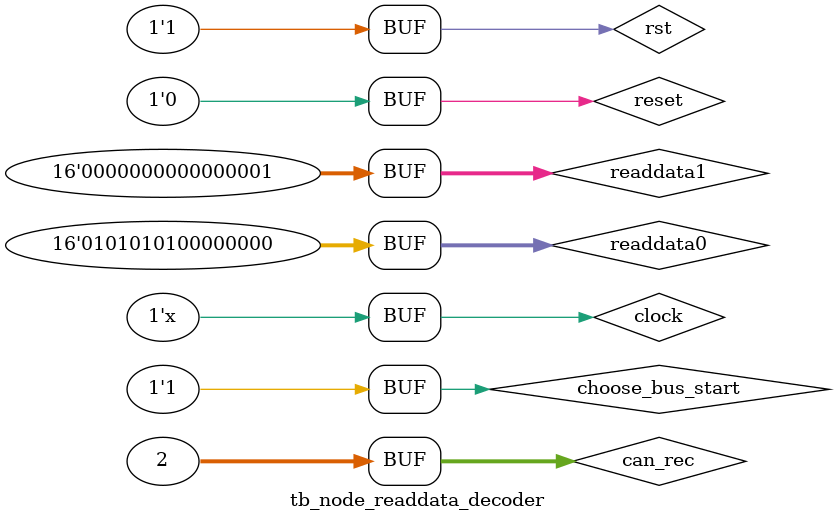
<source format=v>
`resetall
`timescale 1ns/10ps
module tb_node_readdata_decoder ;
	// Inputs
  	reg    clock;
	 reg    reset;
	 reg    rst;
	 reg    [31:0]  can_rec;
   reg    choose_bus_start;
   reg    [15:0]  readdata0; 
   reg    [15:0]  readdata1; 
   reg    [15:0]  readdata2; 
   reg    [15:0]  readdata3; 
   reg    [15:0]  readdata4; 
   reg    [15:0]  readdata5; 
   reg    [15:0]  readdata6; 
   reg    [15:0]  readdata7; 
   reg    [15:0]  readdata8; 
   reg    [15:0]  readdata9; 
   reg    [15:0]  readdata10; 
   reg    [15:0]  readdata11; 
   reg    [15:0]  readdata12; 
   reg    [15:0]  readdata13; 
   reg    [15:0]  readdata14; 
   reg    [15:0]  readdata15; 
   reg    [15:0]  readdata16; 
   reg    [15:0]  readdata17; 
   reg    [15:0]  readdata18; 
   reg    [15:0]  readdata19; 
   reg    [15:0]  readdata20; 
   reg    [15:0]  readdata21; 
   reg    [15:0]  readdata22; 
   reg    [15:0]  readdata23; 
   reg    [15:0]  readdata24; 
   reg    [15:0]  readdata25; 
   reg    [15:0]  readdata26; 
   reg    [15:0]  readdata27; 
   reg    [15:0]  readdata28; 
   reg    [15:0]  readdata29; 
   reg    [15:0]  readdata30; 
   reg    [15:0]  readdata31;
   
	// Outputs
   wire   [4:0]  bus_rec_select;
   wire   [15:0]  readdata;
   wire    choose_bus_end;
   wire    irq_can_rec;

	
	node_readdata_decoder UUT (
	    .clock(clock), 
      .reset(reset),
      .rst(rst),
      .can_rec(can_rec),
      .readdata0(readdata0),
      .readdata1(readdata1),
      .readdata2(readdata2),
      .readdata3(readdata3),
      .readdata4(readdata4),
      .readdata5(readdata5),
      .readdata6(readdata6),
      .readdata7(readdata7),
      .readdata8(readdata8),
      .readdata9(readdata9),
      .readdata10(readdata10),
      .readdata11(readdata11),
      .readdata12(readdata12),
      .readdata13(readdata13),
      .readdata14(readdata14),
      .readdata15(readdata15),
      .readdata16(readdata16),
      .readdata17(readdata17),
      .readdata18(readdata18),
      .readdata19(readdata19),
      .readdata20(readdata20),
      .readdata21(readdata21),
      .readdata22(readdata22),
      .readdata23(readdata23),
      .readdata24(readdata24),
      .readdata25(readdata25),
      .readdata26(readdata26),
      .readdata27(readdata27),
      .readdata28(readdata28),
      .readdata29(readdata29),
      .readdata30(readdata30),
      .readdata31(readdata31),
      .bus_rec_select(bus_rec_select),
      .readdata(readdata),
      .choose_bus_end(choose_bus_end),
      .choose_bus_start(choose_bus_start),
      .irq_can_rec(irq_can_rec)                     
	);
	always #1 clock = ~clock;
  initial begin
    $monitor($time,": choose_bus_start = %b can_rec = %b bus_rec_select = %b  readdata = %b irq_can_rec = %b  choose_bus_end = %b",
                     choose_bus_start, can_rec, bus_rec_select, readdata,irq_can_rec, choose_bus_end);
 	
 	 		
 		// Initialize Inputs
    clock = 0;  
 
  	#1 reset = 1;
  	#1 reset = 0;//The counter starts here
   rst = 1;
   choose_bus_start =1;   //start reading //expected message readdata = readdata0
   can_rec = 32'b00000000000000000000000000000001; //enable counter 0
   readdata0= 16'b0101010100000000; //send a random message to readdata0
   #1 reset = 1;
   #1 reset = 0;//The counter starts here
   can_rec = 32'b00000000000000000000000000000010; //enable counter 1
   readdata1= 16'b0000000000000001; //send a random message to readdata1
      
  end 
    
endmodule

</source>
